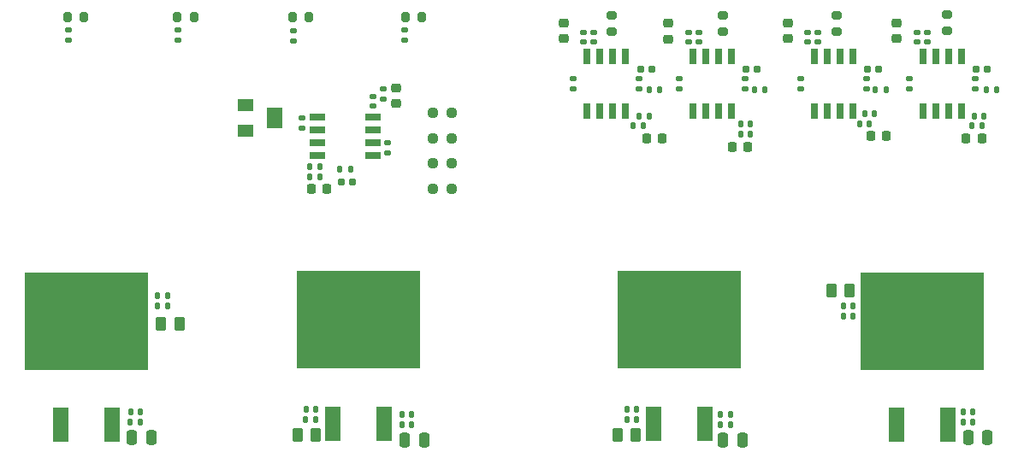
<source format=gbr>
%TF.GenerationSoftware,KiCad,Pcbnew,9.0.0*%
%TF.CreationDate,2025-03-11T12:15:18+01:00*%
%TF.ProjectId,zdc_fifo_test,7a64635f-6669-4666-9f5f-746573742e6b,rev?*%
%TF.SameCoordinates,Original*%
%TF.FileFunction,Paste,Top*%
%TF.FilePolarity,Positive*%
%FSLAX46Y46*%
G04 Gerber Fmt 4.6, Leading zero omitted, Abs format (unit mm)*
G04 Created by KiCad (PCBNEW 9.0.0) date 2025-03-11 12:15:18*
%MOMM*%
%LPD*%
G01*
G04 APERTURE LIST*
G04 Aperture macros list*
%AMRoundRect*
0 Rectangle with rounded corners*
0 $1 Rounding radius*
0 $2 $3 $4 $5 $6 $7 $8 $9 X,Y pos of 4 corners*
0 Add a 4 corners polygon primitive as box body*
4,1,4,$2,$3,$4,$5,$6,$7,$8,$9,$2,$3,0*
0 Add four circle primitives for the rounded corners*
1,1,$1+$1,$2,$3*
1,1,$1+$1,$4,$5*
1,1,$1+$1,$6,$7*
1,1,$1+$1,$8,$9*
0 Add four rect primitives between the rounded corners*
20,1,$1+$1,$2,$3,$4,$5,0*
20,1,$1+$1,$4,$5,$6,$7,0*
20,1,$1+$1,$6,$7,$8,$9,0*
20,1,$1+$1,$8,$9,$2,$3,0*%
G04 Aperture macros list end*
%ADD10RoundRect,0.155000X0.212500X0.155000X-0.212500X0.155000X-0.212500X-0.155000X0.212500X-0.155000X0*%
%ADD11RoundRect,0.155000X-0.212500X-0.155000X0.212500X-0.155000X0.212500X0.155000X-0.212500X0.155000X0*%
%ADD12RoundRect,0.237500X-0.250000X-0.237500X0.250000X-0.237500X0.250000X0.237500X-0.250000X0.237500X0*%
%ADD13RoundRect,0.225000X-0.225000X-0.250000X0.225000X-0.250000X0.225000X0.250000X-0.225000X0.250000X0*%
%ADD14R,0.650000X1.525000*%
%ADD15RoundRect,0.140000X0.170000X-0.140000X0.170000X0.140000X-0.170000X0.140000X-0.170000X-0.140000X0*%
%ADD16R,1.600000X1.300000*%
%ADD17R,1.600000X2.000000*%
%ADD18R,1.600000X3.500000*%
%ADD19R,12.200000X9.750000*%
%ADD20RoundRect,0.140000X0.140000X0.170000X-0.140000X0.170000X-0.140000X-0.170000X0.140000X-0.170000X0*%
%ADD21RoundRect,0.200000X-0.200000X-0.275000X0.200000X-0.275000X0.200000X0.275000X-0.200000X0.275000X0*%
%ADD22RoundRect,0.135000X-0.185000X0.135000X-0.185000X-0.135000X0.185000X-0.135000X0.185000X0.135000X0*%
%ADD23RoundRect,0.250000X0.262500X0.450000X-0.262500X0.450000X-0.262500X-0.450000X0.262500X-0.450000X0*%
%ADD24RoundRect,0.135000X0.185000X-0.135000X0.185000X0.135000X-0.185000X0.135000X-0.185000X-0.135000X0*%
%ADD25RoundRect,0.200000X0.275000X-0.200000X0.275000X0.200000X-0.275000X0.200000X-0.275000X-0.200000X0*%
%ADD26RoundRect,0.250000X0.250000X0.475000X-0.250000X0.475000X-0.250000X-0.475000X0.250000X-0.475000X0*%
%ADD27RoundRect,0.225000X0.250000X-0.225000X0.250000X0.225000X-0.250000X0.225000X-0.250000X-0.225000X0*%
%ADD28RoundRect,0.140000X-0.140000X-0.170000X0.140000X-0.170000X0.140000X0.170000X-0.140000X0.170000X0*%
%ADD29RoundRect,0.135000X0.135000X0.185000X-0.135000X0.185000X-0.135000X-0.185000X0.135000X-0.185000X0*%
%ADD30RoundRect,0.250000X-0.250000X-0.475000X0.250000X-0.475000X0.250000X0.475000X-0.250000X0.475000X0*%
%ADD31RoundRect,0.250000X-0.262500X-0.450000X0.262500X-0.450000X0.262500X0.450000X-0.262500X0.450000X0*%
%ADD32R,1.525000X0.650000*%
G04 APERTURE END LIST*
D10*
%TO.C,C41*%
X188135000Y-132000000D03*
X187000000Y-132000000D03*
%TD*%
D11*
%TO.C,C40*%
X249832500Y-120800000D03*
X250967500Y-120800000D03*
%TD*%
%TO.C,C39*%
X239065000Y-120800000D03*
X240200000Y-120800000D03*
%TD*%
%TO.C,C38*%
X227032500Y-120800000D03*
X228167500Y-120800000D03*
%TD*%
%TO.C,C37*%
X216632500Y-120800000D03*
X217767500Y-120800000D03*
%TD*%
D12*
%TO.C,R47*%
X196087500Y-132620000D03*
X197912500Y-132620000D03*
%TD*%
%TO.C,R46*%
X196087500Y-130110000D03*
X197912500Y-130110000D03*
%TD*%
%TO.C,R45*%
X196087500Y-127600000D03*
X197912500Y-127600000D03*
%TD*%
%TO.C,R44*%
X196087500Y-125090000D03*
X197912500Y-125090000D03*
%TD*%
D13*
%TO.C,C61*%
X240975000Y-127400000D03*
X239425000Y-127400000D03*
%TD*%
D14*
%TO.C,IC5*%
X211345000Y-124962000D03*
X212615000Y-124962000D03*
X213885000Y-124962000D03*
X215155000Y-124962000D03*
X215155000Y-119538000D03*
X213885000Y-119538000D03*
X212615000Y-119538000D03*
X211345000Y-119538000D03*
%TD*%
D15*
%TO.C,C55*%
X245000000Y-118080000D03*
X245000000Y-117120000D03*
%TD*%
D16*
%TO.C,VR1*%
X177550000Y-124350000D03*
D17*
X180450000Y-125600000D03*
D16*
X177550000Y-126850000D03*
%TD*%
D18*
%TO.C,IC9*%
X217960000Y-155907000D03*
D19*
X220500000Y-145632000D03*
D18*
X223040000Y-155907000D03*
%TD*%
D20*
%TO.C,C1*%
X184490000Y-154500000D03*
X183530000Y-154500000D03*
%TD*%
D21*
%TO.C,R24*%
X182175000Y-115600000D03*
X183825000Y-115600000D03*
%TD*%
D13*
%TO.C,C67*%
X225725000Y-128450000D03*
X227275000Y-128450000D03*
%TD*%
D22*
%TO.C,R23*%
X160000000Y-116890000D03*
X160000000Y-117910000D03*
%TD*%
D20*
%TO.C,C24*%
X167105000Y-155750000D03*
X166145000Y-155750000D03*
%TD*%
D21*
%TO.C,R22*%
X159925000Y-115600000D03*
X161575000Y-115600000D03*
%TD*%
%TO.C,R26*%
X193350000Y-115600000D03*
X195000000Y-115600000D03*
%TD*%
D22*
%TO.C,R25*%
X182250000Y-116980000D03*
X182250000Y-118000000D03*
%TD*%
D23*
%TO.C,C3*%
X184500000Y-157000000D03*
X182675000Y-157000000D03*
%TD*%
D24*
%TO.C,R29*%
X249750000Y-122760000D03*
X249750000Y-121740000D03*
%TD*%
D25*
%TO.C,R28*%
X247000000Y-117000000D03*
X247000000Y-115350000D03*
%TD*%
D21*
%TO.C,R20*%
X170800000Y-115600000D03*
X172450000Y-115600000D03*
%TD*%
D22*
%TO.C,R19*%
X183150000Y-125640000D03*
X183150000Y-126660000D03*
%TD*%
D26*
%TO.C,C34*%
X250950000Y-157250000D03*
X249050000Y-157250000D03*
%TD*%
D15*
%TO.C,C77*%
X211000000Y-118080000D03*
X211000000Y-117120000D03*
%TD*%
D13*
%TO.C,C27*%
X184025000Y-132650000D03*
X185575000Y-132650000D03*
%TD*%
D22*
%TO.C,R27*%
X193250000Y-116890000D03*
X193250000Y-117910000D03*
%TD*%
D24*
%TO.C,R42*%
X216500000Y-122760000D03*
X216500000Y-121740000D03*
%TD*%
D27*
%TO.C,C72*%
X219400000Y-117800000D03*
X219400000Y-116250000D03*
%TD*%
%TO.C,C57*%
X242000000Y-117775000D03*
X242000000Y-116225000D03*
%TD*%
D14*
%TO.C,IC3*%
X233845000Y-124962000D03*
X235115000Y-124962000D03*
X236385000Y-124962000D03*
X237655000Y-124962000D03*
X237655000Y-119538000D03*
X236385000Y-119538000D03*
X235115000Y-119538000D03*
X233845000Y-119538000D03*
%TD*%
D24*
%TO.C,R17*%
X191600000Y-129070000D03*
X191600000Y-128050000D03*
%TD*%
%TO.C,R36*%
X220500000Y-122760000D03*
X220500000Y-121740000D03*
%TD*%
D28*
%TO.C,C63*%
X238320000Y-126200000D03*
X239280000Y-126200000D03*
%TD*%
D20*
%TO.C,C21*%
X169801250Y-144250000D03*
X168841250Y-144250000D03*
%TD*%
%TO.C,C35*%
X249500000Y-155750000D03*
X248540000Y-155750000D03*
%TD*%
D13*
%TO.C,C60*%
X248845000Y-127650000D03*
X250395000Y-127650000D03*
%TD*%
D15*
%TO.C,C65*%
X233200000Y-118080000D03*
X233200000Y-117120000D03*
%TD*%
D28*
%TO.C,C68*%
X226520000Y-127200000D03*
X227480000Y-127200000D03*
%TD*%
%TO.C,C7*%
X193020000Y-155000000D03*
X193980000Y-155000000D03*
%TD*%
D20*
%TO.C,C9*%
X216230000Y-155500000D03*
X215270000Y-155500000D03*
%TD*%
%TO.C,C25*%
X167125000Y-154750000D03*
X166165000Y-154750000D03*
%TD*%
D15*
%TO.C,C76*%
X212000000Y-118080000D03*
X212000000Y-117120000D03*
%TD*%
D24*
%TO.C,R32*%
X232500000Y-122760000D03*
X232500000Y-121740000D03*
%TD*%
D29*
%TO.C,R18*%
X187910000Y-130650000D03*
X186890000Y-130650000D03*
%TD*%
D27*
%TO.C,C66*%
X231200000Y-117775000D03*
X231200000Y-116225000D03*
%TD*%
D15*
%TO.C,C56*%
X244000000Y-118080000D03*
X244000000Y-117120000D03*
%TD*%
D20*
%TO.C,C22*%
X169801250Y-143250000D03*
X168841250Y-143250000D03*
%TD*%
D27*
%TO.C,C30*%
X192400000Y-124175000D03*
X192400000Y-122625000D03*
%TD*%
D30*
%TO.C,C11*%
X224820000Y-157500000D03*
X226720000Y-157500000D03*
%TD*%
D29*
%TO.C,R33*%
X240910000Y-122800000D03*
X239890000Y-122800000D03*
%TD*%
D28*
%TO.C,C6*%
X193020000Y-156000000D03*
X193980000Y-156000000D03*
%TD*%
D26*
%TO.C,C23*%
X168200000Y-157250000D03*
X166300000Y-157250000D03*
%TD*%
D29*
%TO.C,R30*%
X251910000Y-122800000D03*
X250890000Y-122800000D03*
%TD*%
D28*
%TO.C,C2*%
X183920000Y-131450000D03*
X184880000Y-131450000D03*
%TD*%
%TO.C,C12*%
X224540000Y-156000000D03*
X225500000Y-156000000D03*
%TD*%
D24*
%TO.C,R34*%
X239000000Y-122760000D03*
X239000000Y-121740000D03*
%TD*%
D28*
%TO.C,C62*%
X238840000Y-125200000D03*
X239800000Y-125200000D03*
%TD*%
%TO.C,C33*%
X236682500Y-145250000D03*
X237642500Y-145250000D03*
%TD*%
D15*
%TO.C,C64*%
X234200000Y-118080000D03*
X234200000Y-117120000D03*
%TD*%
D28*
%TO.C,C26*%
X183920000Y-130450000D03*
X184880000Y-130450000D03*
%TD*%
D25*
%TO.C,R35*%
X236000000Y-117075000D03*
X236000000Y-115425000D03*
%TD*%
D24*
%TO.C,R31*%
X243250000Y-122760000D03*
X243250000Y-121740000D03*
%TD*%
D29*
%TO.C,R41*%
X218510000Y-122800000D03*
X217490000Y-122800000D03*
%TD*%
D25*
%TO.C,R39*%
X224750000Y-117075000D03*
X224750000Y-115425000D03*
%TD*%
D20*
%TO.C,C36*%
X249500000Y-154750000D03*
X248540000Y-154750000D03*
%TD*%
D23*
%TO.C,C20*%
X170983750Y-146000000D03*
X169158750Y-146000000D03*
%TD*%
D22*
%TO.C,R21*%
X170875000Y-116890000D03*
X170875000Y-117910000D03*
%TD*%
D31*
%TO.C,C31*%
X235500000Y-142750000D03*
X237325000Y-142750000D03*
%TD*%
D28*
%TO.C,C13*%
X224540000Y-155000000D03*
X225500000Y-155000000D03*
%TD*%
D15*
%TO.C,C28*%
X190150000Y-124430000D03*
X190150000Y-123470000D03*
%TD*%
D28*
%TO.C,C69*%
X226520000Y-126200000D03*
X227480000Y-126200000D03*
%TD*%
D15*
%TO.C,C71*%
X221400000Y-118080000D03*
X221400000Y-117120000D03*
%TD*%
D24*
%TO.C,R40*%
X210000000Y-122760000D03*
X210000000Y-121740000D03*
%TD*%
D29*
%TO.C,R37*%
X228910000Y-122800000D03*
X227890000Y-122800000D03*
%TD*%
D28*
%TO.C,C74*%
X216520000Y-125400000D03*
X217480000Y-125400000D03*
%TD*%
D14*
%TO.C,IC4*%
X221845000Y-124962000D03*
X223115000Y-124962000D03*
X224385000Y-124962000D03*
X225655000Y-124962000D03*
X225655000Y-119538000D03*
X224385000Y-119538000D03*
X223115000Y-119538000D03*
X221845000Y-119538000D03*
%TD*%
D28*
%TO.C,C32*%
X236682500Y-144250000D03*
X237642500Y-144250000D03*
%TD*%
D24*
%TO.C,R38*%
X227000000Y-122760000D03*
X227000000Y-121740000D03*
%TD*%
D28*
%TO.C,C75*%
X215920000Y-126400000D03*
X216880000Y-126400000D03*
%TD*%
D18*
%TO.C,IC6*%
X159210000Y-156025000D03*
D19*
X161750000Y-145750000D03*
D18*
X164290000Y-156025000D03*
%TD*%
D30*
%TO.C,C5*%
X193300000Y-157500000D03*
X195200000Y-157500000D03*
%TD*%
D28*
%TO.C,C58*%
X249440000Y-126400000D03*
X250400000Y-126400000D03*
%TD*%
D15*
%TO.C,C70*%
X222400000Y-118080000D03*
X222400000Y-117120000D03*
%TD*%
D14*
%TO.C,IC2*%
X244595000Y-124962000D03*
X245865000Y-124962000D03*
X247135000Y-124962000D03*
X248405000Y-124962000D03*
X248405000Y-119538000D03*
X247135000Y-119538000D03*
X245865000Y-119538000D03*
X244595000Y-119538000D03*
%TD*%
D20*
%TO.C,C10*%
X216250000Y-154500000D03*
X215290000Y-154500000D03*
%TD*%
D13*
%TO.C,C73*%
X217225000Y-127600000D03*
X218775000Y-127600000D03*
%TD*%
D28*
%TO.C,C59*%
X249640000Y-125400000D03*
X250600000Y-125400000D03*
%TD*%
D29*
%TO.C,C4*%
X184520000Y-155500000D03*
X183500000Y-155500000D03*
%TD*%
D18*
%TO.C,IC7*%
X241960000Y-156025000D03*
D19*
X244500000Y-145750000D03*
D18*
X247040000Y-156025000D03*
%TD*%
D25*
%TO.C,R43*%
X213750000Y-117075000D03*
X213750000Y-115425000D03*
%TD*%
D18*
%TO.C,IC8*%
X186210000Y-155907000D03*
D19*
X188750000Y-145632000D03*
D18*
X191290000Y-155907000D03*
%TD*%
D23*
%TO.C,C8*%
X216162500Y-157000000D03*
X214337500Y-157000000D03*
%TD*%
D32*
%TO.C,IC1*%
X184688000Y-125495000D03*
X184688000Y-126765000D03*
X184688000Y-128035000D03*
X184688000Y-129305000D03*
X190112000Y-129305000D03*
X190112000Y-128035000D03*
X190112000Y-126765000D03*
X190112000Y-125495000D03*
%TD*%
D15*
%TO.C,C29*%
X191150000Y-123730000D03*
X191150000Y-122770000D03*
%TD*%
D27*
%TO.C,C78*%
X209000000Y-117775000D03*
X209000000Y-116225000D03*
%TD*%
M02*

</source>
